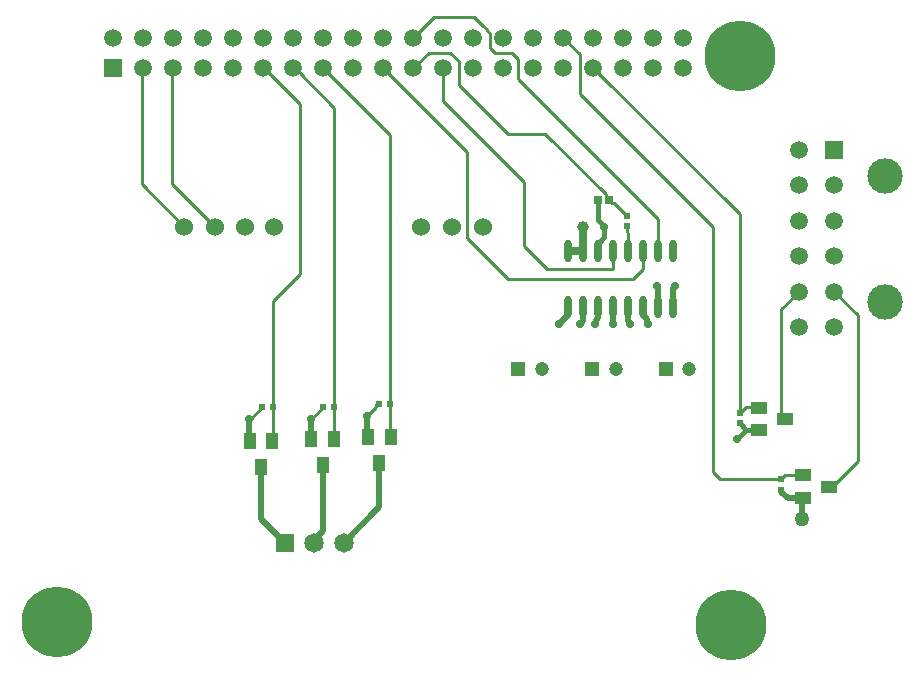
<source format=gbr>
%TF.GenerationSoftware,Altium Limited,Altium Designer,23.4.1 (23)*%
G04 Layer_Physical_Order=1*
G04 Layer_Color=255*
%FSLAX45Y45*%
%MOMM*%
%TF.SameCoordinates,7AEF0BED-FCCA-4DCD-95BC-53F5E5A48FEA*%
%TF.FilePolarity,Positive*%
%TF.FileFunction,Copper,L1,Top,Signal*%
%TF.Part,Single*%
G01*
G75*
%TA.AperFunction,Conductor*%
%ADD10C,0.25400*%
%TA.AperFunction,SMDPad,CuDef*%
%ADD11O,0.60000X1.90000*%
%ADD12R,1.40000X1.00000*%
G04:AMPARAMS|DCode=13|XSize=0.55mm|YSize=0.5mm|CornerRadius=0.0625mm|HoleSize=0mm|Usage=FLASHONLY|Rotation=0.000|XOffset=0mm|YOffset=0mm|HoleType=Round|Shape=RoundedRectangle|*
%AMROUNDEDRECTD13*
21,1,0.55000,0.37500,0,0,0.0*
21,1,0.42500,0.50000,0,0,0.0*
1,1,0.12500,0.21250,-0.18750*
1,1,0.12500,-0.21250,-0.18750*
1,1,0.12500,-0.21250,0.18750*
1,1,0.12500,0.21250,0.18750*
%
%ADD13ROUNDEDRECTD13*%
%ADD14R,0.75000X0.70000*%
%ADD15R,1.00000X1.40000*%
G04:AMPARAMS|DCode=16|XSize=0.55mm|YSize=0.5mm|CornerRadius=0.0625mm|HoleSize=0mm|Usage=FLASHONLY|Rotation=270.000|XOffset=0mm|YOffset=0mm|HoleType=Round|Shape=RoundedRectangle|*
%AMROUNDEDRECTD16*
21,1,0.55000,0.37500,0,0,270.0*
21,1,0.42500,0.50000,0,0,270.0*
1,1,0.12500,-0.18750,-0.21250*
1,1,0.12500,-0.18750,0.21250*
1,1,0.12500,0.18750,0.21250*
1,1,0.12500,0.18750,-0.21250*
%
%ADD16ROUNDEDRECTD16*%
%TA.AperFunction,Conductor*%
%ADD17C,0.50000*%
%ADD18C,0.40000*%
%ADD19C,0.70000*%
%TA.AperFunction,NonConductor*%
%ADD20C,0.50000*%
%TA.AperFunction,ViaPad*%
%ADD21C,6.00000*%
%TA.AperFunction,ComponentPad*%
%ADD22R,1.20000X1.20000*%
%ADD23C,1.20000*%
%ADD24C,1.50000*%
%ADD25R,1.50000X1.50000*%
%TA.AperFunction,ViaPad*%
%ADD26C,1.52400*%
%TA.AperFunction,ComponentPad*%
%ADD27C,1.52000*%
%ADD28C,2.99999*%
%ADD29R,1.52000X1.52000*%
%ADD30C,1.65000*%
%ADD31R,1.65000X1.65000*%
%TA.AperFunction,ViaPad*%
%ADD32C,0.70000*%
%ADD33C,1.00000*%
%ADD34C,1.27000*%
D10*
X7042633Y10739523D02*
G03*
X7026073Y10753485I-90298J-90298D01*
G01*
X7077156Y10699360D02*
G03*
X7042633Y10739522I-283225J-208536D01*
G01*
X7080797Y10694322D02*
G03*
X7083085Y10691586I20581J14886D01*
G01*
X6614000Y10825000D02*
X6954557D01*
X7026073Y10753485D01*
X7083085Y10691586D02*
X7083086Y10691586D01*
X7042633Y10739522D02*
X7042633Y10739522D01*
X7077156Y10699360D02*
X7080797Y10694322D01*
X7083086Y10691586D02*
X7083651Y10689346D01*
X6439002Y10650002D02*
X6614000Y10825000D01*
X7083651Y10566349D02*
Y10680292D01*
X7083651Y10689346D02*
X7083651Y10680292D01*
X7707000Y10650002D02*
X7847899Y10509103D01*
Y10173945D02*
Y10509103D01*
Y10173945D02*
X8974999Y9046845D01*
X8004002Y8845001D02*
X8010623Y8851622D01*
X7126999Y10523002D02*
X7276999D01*
X7083651Y10566349D02*
X7126999Y10523002D01*
X7325000Y10300000D02*
Y10475000D01*
X7276999Y10523002D02*
X7325000Y10475000D01*
X8512002Y8845001D02*
Y9112998D01*
X7325000Y10300000D02*
X8512002Y9112998D01*
X6825000Y10250000D02*
Y10450000D01*
X7237533Y9837467D02*
X7556277D01*
X6825000Y10250000D02*
X7237533Y9837467D01*
X6750000Y10525000D02*
X6825000Y10450000D01*
X6568000Y10525000D02*
X6750000D01*
X6439002Y10396002D02*
X6568000Y10525000D01*
X7556277Y9837467D02*
X8070201Y9323544D01*
Y9297300D02*
Y9323544D01*
Y9297300D02*
X8092501Y9275000D01*
X8095001D01*
X6693002Y10111638D02*
X7378700Y9425940D01*
Y8890000D02*
Y9425940D01*
X4395003Y10370002D02*
X4400001Y10375001D01*
X4395003Y9413337D02*
Y10370002D01*
Y9413337D02*
X4758334Y9050005D01*
X5765002Y7524999D02*
Y10059995D01*
X5475000Y10350002D02*
X5765002Y10059995D01*
X6185002Y10396002D02*
X6893560Y9687443D01*
Y8958580D02*
Y9687443D01*
X6693002Y10111638D02*
Y10396002D01*
X7378700Y8890000D02*
X7571740Y8696960D01*
X8974999Y6975003D02*
Y9046845D01*
X7707000Y10650002D02*
X7709002D01*
X7961000Y10396002D02*
X9200002Y9157000D01*
X7961000Y10396002D02*
X7963002D01*
X9200002Y7475002D02*
Y9157000D01*
X8247501Y9145001D02*
X8250001D01*
X8139802Y9252700D02*
X8247501Y9145001D01*
X8119801Y9252700D02*
X8139802D01*
X8100000Y9272501D02*
X8119801Y9252700D01*
X9549999Y7460000D02*
X9585000Y7424999D01*
X9549999Y7460000D02*
Y8350001D01*
X9658650Y8458652D01*
X9649998Y8525002D02*
X9658650Y8516351D01*
X9200002Y7469998D02*
Y7475002D01*
X9365000Y7520000D02*
X9374998Y7524999D01*
X9960000Y6849999D02*
X9980000D01*
X10200000Y7069999D01*
Y8299999D01*
X10024999Y8475000D02*
X10200000Y8299999D01*
X8974999Y6975003D02*
X9034998Y6914998D01*
X9549999D01*
X9552498D01*
X9564802Y6927301D01*
Y6929801D01*
X9585000Y6949999D01*
X9700001D01*
X6239998Y7549998D02*
Y9831004D01*
X5675000Y10396002D02*
X5677002D01*
X6239998Y7275002D02*
Y7539995D01*
Y7275002D02*
X6245001Y7269998D01*
X5764997Y7249998D02*
X5765002Y7515001D01*
X5244998Y7235002D02*
X5250002Y7240006D01*
Y7524999D01*
Y8425002D01*
X5475000Y8650000D01*
Y10088001D01*
X5188001Y10375001D02*
X5475000Y10088001D01*
X5175001Y10375001D02*
X5188001D01*
X6050001Y7274997D02*
X6054999Y7269998D01*
X6050001Y7449998D02*
X6125002Y7524999D01*
X5675000Y7522500D02*
Y7524999D01*
X5577500Y7424999D02*
X5675000Y7522500D01*
X5575000Y7424999D02*
X5577500D01*
X5160000Y7522500D02*
Y7524999D01*
X5062499Y7424999D02*
X5160000Y7522500D01*
X5050003Y7424999D02*
X5062499D01*
X5050003Y7400000D02*
Y7424999D01*
Y7240006D02*
X5055001Y7235002D01*
X4141003Y10366004D02*
X4149999Y10375001D01*
X4141003Y9409003D02*
Y10366004D01*
Y9409003D02*
X4500001Y9050005D01*
X8131002Y8696960D02*
Y8845001D01*
X7571740Y8696960D02*
X8131002D01*
X6893560Y8958580D02*
X7241540Y8610600D01*
X8298642D01*
X8385002Y8696960D01*
Y8845001D01*
X8250001Y9002141D02*
Y9055003D01*
Y9002141D02*
X8258002Y8994140D01*
Y8845001D02*
Y8994140D01*
X9658650Y8458652D02*
Y8516351D01*
X9200002Y7469998D02*
X9202496D01*
X9257497Y7524999D01*
X9374998D01*
X5675000Y10396002D02*
X6239998Y9831004D01*
X5675000Y10396002D02*
Y10400000D01*
X6125002Y7524999D02*
Y7549998D01*
D11*
X8639002Y8845001D02*
D03*
X8512002D02*
D03*
X8385002D02*
D03*
X8258002D02*
D03*
X8131002D02*
D03*
X8004002D02*
D03*
X7877002D02*
D03*
X7750002D02*
D03*
X8639002Y8375000D02*
D03*
X8512002D02*
D03*
X8385002D02*
D03*
X8258002D02*
D03*
X8131002D02*
D03*
X8004002D02*
D03*
X7877002D02*
D03*
X7750002D02*
D03*
D12*
X9585000Y7424999D02*
D03*
X9365000Y7329998D02*
D03*
Y7520000D02*
D03*
X9960000Y6849999D02*
D03*
X9740001Y6755003D02*
D03*
Y6945000D02*
D03*
D13*
X9200002Y7384999D02*
D03*
Y7475002D02*
D03*
X9549999Y6825000D02*
D03*
Y6914998D02*
D03*
X8250001Y9145001D02*
D03*
Y9055003D02*
D03*
D14*
X8095001Y9275000D02*
D03*
X8000000D02*
D03*
D15*
X6150000Y7049999D02*
D03*
X6054999Y7269998D02*
D03*
X6245001D02*
D03*
X5669996Y7029994D02*
D03*
X5575000Y7249998D02*
D03*
X5764997D02*
D03*
X5149997Y7014997D02*
D03*
X5055001Y7235002D02*
D03*
X5244998D02*
D03*
D16*
X5675000Y7524999D02*
D03*
X5765002D02*
D03*
X5160000D02*
D03*
X5250002D02*
D03*
X6150000Y7549998D02*
D03*
X6239998D02*
D03*
D17*
X8639002Y8376266D02*
Y8533590D01*
X8648734Y8543321D01*
Y8550000D01*
X8512002Y8375000D02*
Y8532585D01*
X8500000Y8544588D02*
X8512002Y8532585D01*
X8500000Y8544588D02*
Y8550000D01*
X8258002Y8251154D02*
Y8372087D01*
Y8251154D02*
X8271173Y8237983D01*
Y8228827D02*
Y8237983D01*
Y8228827D02*
X8275000Y8225000D01*
X8002089Y8373087D02*
X8004002Y8375000D01*
X8002089Y8277089D02*
Y8373087D01*
X7975000Y8225000D02*
Y8230412D01*
X7988170Y8243583D01*
Y8263170D01*
X8002089Y8277089D01*
X7850000Y8230412D02*
X7875089Y8255501D01*
X7850000Y8225000D02*
Y8230412D01*
X7875089Y8255501D02*
Y8373087D01*
X7877002Y8375000D01*
X7750000Y8304999D02*
Y8350000D01*
X7675000Y8229999D02*
X7750000Y8304999D01*
X7675000Y8225000D02*
Y8229999D01*
X8385002Y8300637D02*
X8416466Y8269173D01*
Y8233534D02*
Y8269173D01*
X8385002Y8300637D02*
Y8375000D01*
X8416466Y8233534D02*
X8425000Y8225000D01*
X8125000D02*
X8128001Y8228001D01*
Y8371998D01*
X8131002Y8375000D01*
X5850001Y6374999D02*
X6150000Y6674998D01*
Y7000001D01*
X5619440Y6425001D02*
X5669996Y6475557D01*
Y7029994D01*
X5149997Y6574998D02*
Y7014997D01*
Y6574998D02*
X5324998Y6400002D01*
X6050001Y7274997D02*
Y7449998D01*
X5575000Y7249998D02*
Y7424999D01*
X5050003Y7240006D02*
Y7400000D01*
X9725000Y6574998D02*
Y6749999D01*
X5599999Y6425001D02*
X5619440D01*
D18*
X9175000Y7250000D02*
X9179362D01*
X9258432Y7329069D01*
X9202502Y7384999D02*
Y7387499D01*
X9361572Y7329069D02*
X9362500Y7329998D01*
X9202502Y7384999D02*
X9258432Y7329069D01*
X9275000Y7327500D02*
X9300000D01*
Y7329069D02*
X9361572D01*
X8050000Y9050000D02*
X8055560Y9044440D01*
Y8961560D02*
Y9044440D01*
X8000000Y8906000D02*
X8055560Y8961560D01*
X8000000Y9108118D02*
Y9275000D01*
Y8905999D02*
Y8906000D01*
X8050000Y9050000D02*
Y9058118D01*
X8000000Y9108118D02*
X8050000Y9058118D01*
D19*
X7876001Y8847821D02*
Y9048999D01*
X7875000Y9050000D02*
X7876001Y9048999D01*
Y8847821D02*
X7877002Y8846820D01*
X7750002Y8845001D02*
Y8846820D01*
X7877002D01*
Y8845001D02*
Y8846820D01*
D20*
X9549999Y6805000D02*
X9552498D01*
X9607499Y6749999D01*
X9749998D01*
D21*
X9125001Y5675000D02*
D03*
X3424997Y5700004D02*
D03*
X9200002Y10500004D02*
D03*
D22*
X8574999Y7844998D02*
D03*
X7950002Y7850002D02*
D03*
X7324999Y7845003D02*
D03*
D23*
X8774999Y7844998D02*
D03*
X8150001Y7850002D02*
D03*
X7524999Y7845003D02*
D03*
D24*
X4661002Y10396002D02*
D03*
Y10650002D02*
D03*
X5169002Y10396002D02*
D03*
X5677002D02*
D03*
X6185002D02*
D03*
X6439002D02*
D03*
X6693002D02*
D03*
Y10650002D02*
D03*
X6947002D02*
D03*
X7455002D02*
D03*
X7963002D02*
D03*
X8471002D02*
D03*
X8725002Y10396002D02*
D03*
Y10650002D02*
D03*
X7963002Y10396002D02*
D03*
X8471002D02*
D03*
X5423002D02*
D03*
X8217002D02*
D03*
X5931002Y10650002D02*
D03*
X6439002D02*
D03*
X7455002Y10396002D02*
D03*
X5169002Y10650002D02*
D03*
X7709002D02*
D03*
X8217002D02*
D03*
X7201002D02*
D03*
Y10396002D02*
D03*
X6947002D02*
D03*
X6185002Y10650002D02*
D03*
X5931002Y10396002D02*
D03*
X5423002Y10650002D02*
D03*
X4915002D02*
D03*
Y10396002D02*
D03*
X4407002Y10650002D02*
D03*
Y10396002D02*
D03*
X4153002Y10650002D02*
D03*
Y10396002D02*
D03*
X3899002Y10650002D02*
D03*
X7709002Y10396002D02*
D03*
X5677002Y10650002D02*
D03*
D25*
X3899002Y10396002D02*
D03*
D26*
X5258333Y9050005D02*
D03*
X7025000D02*
D03*
X4500001D02*
D03*
X5016668D02*
D03*
X4758334D02*
D03*
X6500002D02*
D03*
X6762501D02*
D03*
D27*
X9700001Y8200004D02*
D03*
Y8500003D02*
D03*
Y8800003D02*
D03*
Y9100002D02*
D03*
Y9400002D02*
D03*
Y9700001D02*
D03*
X10000000Y8199999D02*
D03*
Y8499998D02*
D03*
Y8799998D02*
D03*
Y9400002D02*
D03*
Y9100002D02*
D03*
D28*
X10429997Y8416000D02*
D03*
Y9483999D02*
D03*
D29*
X10000000Y9700001D02*
D03*
D30*
X5850001Y6374999D02*
D03*
X5599999D02*
D03*
D31*
X5349997D02*
D03*
D32*
X8650000Y8550000D02*
D03*
X8500000D02*
D03*
X8425000Y8225000D02*
D03*
X9175000Y7250000D02*
D03*
X6050000Y7450000D02*
D03*
X5575000Y7425000D02*
D03*
X5050000D02*
D03*
X7675000Y8225000D02*
D03*
X8050000Y9050000D02*
D03*
X8275000Y8225000D02*
D03*
X8125000D02*
D03*
X7975000D02*
D03*
X7850000D02*
D03*
D33*
X7875000Y9050000D02*
D03*
D34*
X9725000Y6574998D02*
D03*
%TF.MD5,9a75126c079978962c5cc96356dbd4ee*%
M02*

</source>
